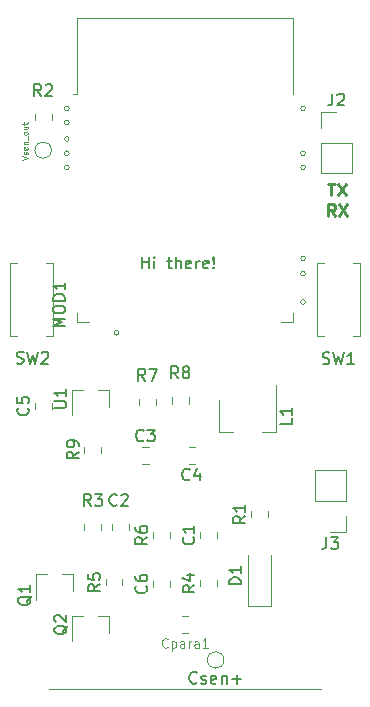
<source format=gbr>
G04 #@! TF.GenerationSoftware,KiCad,Pcbnew,(5.1.5)-3*
G04 #@! TF.CreationDate,2021-04-12T22:21:49+08:00*
G04 #@! TF.ProjectId,parasite,70617261-7369-4746-952e-6b696361645f,1.1.0*
G04 #@! TF.SameCoordinates,Original*
G04 #@! TF.FileFunction,Legend,Top*
G04 #@! TF.FilePolarity,Positive*
%FSLAX46Y46*%
G04 Gerber Fmt 4.6, Leading zero omitted, Abs format (unit mm)*
G04 Created by KiCad (PCBNEW (5.1.5)-3) date 2021-04-12 22:21:49*
%MOMM*%
%LPD*%
G04 APERTURE LIST*
%ADD10C,0.250000*%
%ADD11C,0.150000*%
%ADD12C,0.120000*%
%ADD13C,0.125000*%
G04 APERTURE END LIST*
D10*
X130122308Y-56166388D02*
X130693736Y-56166388D01*
X130408022Y-57166388D02*
X130408022Y-56166388D01*
X130931832Y-56166388D02*
X131598498Y-57166388D01*
X131598498Y-56166388D02*
X130931832Y-57166388D01*
X130717546Y-58916388D02*
X130384213Y-58440198D01*
X130146117Y-58916388D02*
X130146117Y-57916388D01*
X130527070Y-57916388D01*
X130622308Y-57964008D01*
X130669927Y-58011627D01*
X130717546Y-58106865D01*
X130717546Y-58249722D01*
X130669927Y-58344960D01*
X130622308Y-58392579D01*
X130527070Y-58440198D01*
X130146117Y-58440198D01*
X131050879Y-57916388D02*
X131717546Y-58916388D01*
X131717546Y-57916388D02*
X131050879Y-58916388D01*
D11*
X114352380Y-63352380D02*
X114352380Y-62352380D01*
X114352380Y-62828571D02*
X114923809Y-62828571D01*
X114923809Y-63352380D02*
X114923809Y-62352380D01*
X115400000Y-63352380D02*
X115400000Y-62685714D01*
X115400000Y-62352380D02*
X115352380Y-62400000D01*
X115400000Y-62447619D01*
X115447619Y-62400000D01*
X115400000Y-62352380D01*
X115400000Y-62447619D01*
X116495238Y-62685714D02*
X116876190Y-62685714D01*
X116638095Y-62352380D02*
X116638095Y-63209523D01*
X116685714Y-63304761D01*
X116780952Y-63352380D01*
X116876190Y-63352380D01*
X117209523Y-63352380D02*
X117209523Y-62352380D01*
X117638095Y-63352380D02*
X117638095Y-62828571D01*
X117590476Y-62733333D01*
X117495238Y-62685714D01*
X117352380Y-62685714D01*
X117257142Y-62733333D01*
X117209523Y-62780952D01*
X118495238Y-63304761D02*
X118400000Y-63352380D01*
X118209523Y-63352380D01*
X118114285Y-63304761D01*
X118066666Y-63209523D01*
X118066666Y-62828571D01*
X118114285Y-62733333D01*
X118209523Y-62685714D01*
X118400000Y-62685714D01*
X118495238Y-62733333D01*
X118542857Y-62828571D01*
X118542857Y-62923809D01*
X118066666Y-63019047D01*
X118971428Y-63352380D02*
X118971428Y-62685714D01*
X118971428Y-62876190D02*
X119019047Y-62780952D01*
X119066666Y-62733333D01*
X119161904Y-62685714D01*
X119257142Y-62685714D01*
X119971428Y-63304761D02*
X119876190Y-63352380D01*
X119685714Y-63352380D01*
X119590476Y-63304761D01*
X119542857Y-63209523D01*
X119542857Y-62828571D01*
X119590476Y-62733333D01*
X119685714Y-62685714D01*
X119876190Y-62685714D01*
X119971428Y-62733333D01*
X120019047Y-62828571D01*
X120019047Y-62923809D01*
X119542857Y-63019047D01*
X120447619Y-63257142D02*
X120495238Y-63304761D01*
X120447619Y-63352380D01*
X120400000Y-63304761D01*
X120447619Y-63257142D01*
X120447619Y-63352380D01*
X120447619Y-62971428D02*
X120400000Y-62400000D01*
X120447619Y-62352380D01*
X120495238Y-62400000D01*
X120447619Y-62971428D01*
X120447619Y-62352380D01*
D12*
X128200000Y-62500000D02*
G75*
G03X128200000Y-62500000I-200000J0D01*
G01*
X108200000Y-54800000D02*
G75*
G03X108200000Y-54800000I-200000J0D01*
G01*
X108200000Y-49800000D02*
G75*
G03X108200000Y-49800000I-200000J0D01*
G01*
X108200000Y-51000000D02*
G75*
G03X108200000Y-51000000I-200000J0D01*
G01*
X108200000Y-52400000D02*
G75*
G03X108200000Y-52400000I-200000J0D01*
G01*
X108200000Y-53600000D02*
G75*
G03X108200000Y-53600000I-200000J0D01*
G01*
X112400000Y-68800000D02*
G75*
G03X112400000Y-68800000I-200000J0D01*
G01*
X128200000Y-66200000D02*
G75*
G03X128200000Y-66200000I-200000J0D01*
G01*
X128200000Y-63800000D02*
G75*
G03X128200000Y-63800000I-200000J0D01*
G01*
X128200000Y-54800000D02*
G75*
G03X128200000Y-54800000I-200000J0D01*
G01*
X128200000Y-53600000D02*
G75*
G03X128200000Y-53600000I-200000J0D01*
G01*
X128200000Y-49800000D02*
G75*
G03X128200000Y-49800000I-200000J0D01*
G01*
X106500000Y-99000000D02*
X129500000Y-99000000D01*
X131632000Y-85658000D02*
X130302000Y-85658000D01*
X131632000Y-84328000D02*
X131632000Y-85658000D01*
X131632000Y-83058000D02*
X128972000Y-83058000D01*
X128972000Y-83058000D02*
X128972000Y-80458000D01*
X131632000Y-83058000D02*
X131632000Y-80458000D01*
X131632000Y-80458000D02*
X128972000Y-80458000D01*
X129480000Y-50105000D02*
X130810000Y-50105000D01*
X129480000Y-51435000D02*
X129480000Y-50105000D01*
X129480000Y-52705000D02*
X132140000Y-52705000D01*
X132140000Y-52705000D02*
X132140000Y-55305000D01*
X129480000Y-52705000D02*
X129480000Y-55305000D01*
X129480000Y-55305000D02*
X132140000Y-55305000D01*
X132850000Y-69100000D02*
X132850000Y-62900000D01*
X129150000Y-62900000D02*
X129150000Y-69100000D01*
X129150000Y-69100000D02*
X129800000Y-69100000D01*
X132200000Y-69100000D02*
X132850000Y-69100000D01*
X132850000Y-62900000D02*
X132200000Y-62900000D01*
X129150000Y-62900000D02*
X129800000Y-62900000D01*
X106850000Y-69100000D02*
X106850000Y-62900000D01*
X103150000Y-62900000D02*
X103150000Y-69100000D01*
X103150000Y-69100000D02*
X103800000Y-69100000D01*
X106200000Y-69100000D02*
X106850000Y-69100000D01*
X106850000Y-62900000D02*
X106200000Y-62900000D01*
X103150000Y-62900000D02*
X103800000Y-62900000D01*
X108880000Y-67100000D02*
X108880000Y-67880000D01*
X108880000Y-67880000D02*
X109880000Y-67880000D01*
X127120000Y-67100000D02*
X127120000Y-67880000D01*
X127120000Y-67880000D02*
X126120000Y-67880000D01*
X108880000Y-42135000D02*
X127120000Y-42135000D01*
X127120000Y-42135000D02*
X127120000Y-48555000D01*
X108880000Y-42135000D02*
X108880000Y-48555000D01*
X108880000Y-48555000D02*
X108500000Y-48555000D01*
X116890000Y-74278922D02*
X116890000Y-74796078D01*
X118310000Y-74278922D02*
X118310000Y-74796078D01*
X115510000Y-74921078D02*
X115510000Y-74403922D01*
X114090000Y-74921078D02*
X114090000Y-74403922D01*
X111580000Y-92740000D02*
X111580000Y-94200000D01*
X108420000Y-92740000D02*
X108420000Y-94900000D01*
X108420000Y-92740000D02*
X109350000Y-92740000D01*
X111580000Y-92740000D02*
X110650000Y-92740000D01*
X108530000Y-89240000D02*
X108530000Y-90700000D01*
X105370000Y-89240000D02*
X105370000Y-91400000D01*
X105370000Y-89240000D02*
X106300000Y-89240000D01*
X108530000Y-89240000D02*
X107600000Y-89240000D01*
X117741422Y-94210000D02*
X118258578Y-94210000D01*
X117741422Y-92790000D02*
X118258578Y-92790000D01*
X120710000Y-86196078D02*
X120710000Y-85678922D01*
X119290000Y-86196078D02*
X119290000Y-85678922D01*
X113247500Y-85003922D02*
X113247500Y-85521078D01*
X111827500Y-85003922D02*
X111827500Y-85521078D01*
X114403922Y-78490000D02*
X114921078Y-78490000D01*
X114403922Y-79910000D02*
X114921078Y-79910000D01*
X118821078Y-78490000D02*
X118303922Y-78490000D01*
X118821078Y-79910000D02*
X118303922Y-79910000D01*
X123300000Y-87600000D02*
X123300000Y-91900000D01*
X123300000Y-91900000D02*
X125300000Y-91900000D01*
X125300000Y-91900000D02*
X125300000Y-87600000D01*
X122100000Y-77200000D02*
X120900000Y-77200000D01*
X120900000Y-77200000D02*
X120900000Y-74500000D01*
X125700000Y-73200000D02*
X125700000Y-77200000D01*
X125700000Y-77200000D02*
X124500000Y-77200000D01*
X125010000Y-84421078D02*
X125010000Y-83903922D01*
X123590000Y-84421078D02*
X123590000Y-83903922D01*
X106710000Y-50287422D02*
X106710000Y-50804578D01*
X105290000Y-50287422D02*
X105290000Y-50804578D01*
X110910000Y-85003922D02*
X110910000Y-85521078D01*
X109490000Y-85003922D02*
X109490000Y-85521078D01*
X120710000Y-90258578D02*
X120710000Y-89741422D01*
X119290000Y-90258578D02*
X119290000Y-89741422D01*
X112710000Y-90196078D02*
X112710000Y-89678922D01*
X111290000Y-90196078D02*
X111290000Y-89678922D01*
X115290000Y-86196078D02*
X115290000Y-85678922D01*
X116710000Y-86196078D02*
X116710000Y-85678922D01*
X121300000Y-96500000D02*
G75*
G03X121300000Y-96500000I-700000J0D01*
G01*
X106700000Y-53340000D02*
G75*
G03X106700000Y-53340000I-700000J0D01*
G01*
X115290000Y-90321078D02*
X115290000Y-89803922D01*
X116710000Y-90321078D02*
X116710000Y-89803922D01*
X105290000Y-75258578D02*
X105290000Y-74741422D01*
X106710000Y-75258578D02*
X106710000Y-74741422D01*
X109490000Y-78958578D02*
X109490000Y-78441422D01*
X110910000Y-78958578D02*
X110910000Y-78441422D01*
X111580000Y-73640000D02*
X110650000Y-73640000D01*
X108420000Y-73640000D02*
X109350000Y-73640000D01*
X108420000Y-73640000D02*
X108420000Y-75800000D01*
X111580000Y-73640000D02*
X111580000Y-75100000D01*
D11*
X129968666Y-86110380D02*
X129968666Y-86824666D01*
X129921047Y-86967523D01*
X129825809Y-87062761D01*
X129682952Y-87110380D01*
X129587714Y-87110380D01*
X130349619Y-86110380D02*
X130968666Y-86110380D01*
X130635333Y-86491333D01*
X130778190Y-86491333D01*
X130873428Y-86538952D01*
X130921047Y-86586571D01*
X130968666Y-86681809D01*
X130968666Y-86919904D01*
X130921047Y-87015142D01*
X130873428Y-87062761D01*
X130778190Y-87110380D01*
X130492476Y-87110380D01*
X130397238Y-87062761D01*
X130349619Y-87015142D01*
X130476666Y-48557380D02*
X130476666Y-49271666D01*
X130429047Y-49414523D01*
X130333809Y-49509761D01*
X130190952Y-49557380D01*
X130095714Y-49557380D01*
X130905238Y-48652619D02*
X130952857Y-48605000D01*
X131048095Y-48557380D01*
X131286190Y-48557380D01*
X131381428Y-48605000D01*
X131429047Y-48652619D01*
X131476666Y-48747857D01*
X131476666Y-48843095D01*
X131429047Y-48985952D01*
X130857619Y-49557380D01*
X131476666Y-49557380D01*
X129666666Y-71404761D02*
X129809523Y-71452380D01*
X130047619Y-71452380D01*
X130142857Y-71404761D01*
X130190476Y-71357142D01*
X130238095Y-71261904D01*
X130238095Y-71166666D01*
X130190476Y-71071428D01*
X130142857Y-71023809D01*
X130047619Y-70976190D01*
X129857142Y-70928571D01*
X129761904Y-70880952D01*
X129714285Y-70833333D01*
X129666666Y-70738095D01*
X129666666Y-70642857D01*
X129714285Y-70547619D01*
X129761904Y-70500000D01*
X129857142Y-70452380D01*
X130095238Y-70452380D01*
X130238095Y-70500000D01*
X130571428Y-70452380D02*
X130809523Y-71452380D01*
X131000000Y-70738095D01*
X131190476Y-71452380D01*
X131428571Y-70452380D01*
X132333333Y-71452380D02*
X131761904Y-71452380D01*
X132047619Y-71452380D02*
X132047619Y-70452380D01*
X131952380Y-70595238D01*
X131857142Y-70690476D01*
X131761904Y-70738095D01*
X103764666Y-71364761D02*
X103907523Y-71412380D01*
X104145619Y-71412380D01*
X104240857Y-71364761D01*
X104288476Y-71317142D01*
X104336095Y-71221904D01*
X104336095Y-71126666D01*
X104288476Y-71031428D01*
X104240857Y-70983809D01*
X104145619Y-70936190D01*
X103955142Y-70888571D01*
X103859904Y-70840952D01*
X103812285Y-70793333D01*
X103764666Y-70698095D01*
X103764666Y-70602857D01*
X103812285Y-70507619D01*
X103859904Y-70460000D01*
X103955142Y-70412380D01*
X104193238Y-70412380D01*
X104336095Y-70460000D01*
X104669428Y-70412380D02*
X104907523Y-71412380D01*
X105098000Y-70698095D01*
X105288476Y-71412380D01*
X105526571Y-70412380D01*
X105859904Y-70507619D02*
X105907523Y-70460000D01*
X106002761Y-70412380D01*
X106240857Y-70412380D01*
X106336095Y-70460000D01*
X106383714Y-70507619D01*
X106431333Y-70602857D01*
X106431333Y-70698095D01*
X106383714Y-70840952D01*
X105812285Y-71412380D01*
X106431333Y-71412380D01*
X107842380Y-68263333D02*
X106842380Y-68263333D01*
X107556666Y-67930000D01*
X106842380Y-67596666D01*
X107842380Y-67596666D01*
X106842380Y-66930000D02*
X106842380Y-66739523D01*
X106890000Y-66644285D01*
X106985238Y-66549047D01*
X107175714Y-66501428D01*
X107509047Y-66501428D01*
X107699523Y-66549047D01*
X107794761Y-66644285D01*
X107842380Y-66739523D01*
X107842380Y-66930000D01*
X107794761Y-67025238D01*
X107699523Y-67120476D01*
X107509047Y-67168095D01*
X107175714Y-67168095D01*
X106985238Y-67120476D01*
X106890000Y-67025238D01*
X106842380Y-66930000D01*
X107842380Y-66072857D02*
X106842380Y-66072857D01*
X106842380Y-65834761D01*
X106890000Y-65691904D01*
X106985238Y-65596666D01*
X107080476Y-65549047D01*
X107270952Y-65501428D01*
X107413809Y-65501428D01*
X107604285Y-65549047D01*
X107699523Y-65596666D01*
X107794761Y-65691904D01*
X107842380Y-65834761D01*
X107842380Y-66072857D01*
X107842380Y-64549047D02*
X107842380Y-65120476D01*
X107842380Y-64834761D02*
X106842380Y-64834761D01*
X106985238Y-64930000D01*
X107080476Y-65025238D01*
X107128095Y-65120476D01*
X117433333Y-72652380D02*
X117100000Y-72176190D01*
X116861904Y-72652380D02*
X116861904Y-71652380D01*
X117242857Y-71652380D01*
X117338095Y-71700000D01*
X117385714Y-71747619D01*
X117433333Y-71842857D01*
X117433333Y-71985714D01*
X117385714Y-72080952D01*
X117338095Y-72128571D01*
X117242857Y-72176190D01*
X116861904Y-72176190D01*
X118004761Y-72080952D02*
X117909523Y-72033333D01*
X117861904Y-71985714D01*
X117814285Y-71890476D01*
X117814285Y-71842857D01*
X117861904Y-71747619D01*
X117909523Y-71700000D01*
X118004761Y-71652380D01*
X118195238Y-71652380D01*
X118290476Y-71700000D01*
X118338095Y-71747619D01*
X118385714Y-71842857D01*
X118385714Y-71890476D01*
X118338095Y-71985714D01*
X118290476Y-72033333D01*
X118195238Y-72080952D01*
X118004761Y-72080952D01*
X117909523Y-72128571D01*
X117861904Y-72176190D01*
X117814285Y-72271428D01*
X117814285Y-72461904D01*
X117861904Y-72557142D01*
X117909523Y-72604761D01*
X118004761Y-72652380D01*
X118195238Y-72652380D01*
X118290476Y-72604761D01*
X118338095Y-72557142D01*
X118385714Y-72461904D01*
X118385714Y-72271428D01*
X118338095Y-72176190D01*
X118290476Y-72128571D01*
X118195238Y-72080952D01*
X114633333Y-72852380D02*
X114300000Y-72376190D01*
X114061904Y-72852380D02*
X114061904Y-71852380D01*
X114442857Y-71852380D01*
X114538095Y-71900000D01*
X114585714Y-71947619D01*
X114633333Y-72042857D01*
X114633333Y-72185714D01*
X114585714Y-72280952D01*
X114538095Y-72328571D01*
X114442857Y-72376190D01*
X114061904Y-72376190D01*
X114966666Y-71852380D02*
X115633333Y-71852380D01*
X115204761Y-72852380D01*
X108047619Y-93595238D02*
X108000000Y-93690476D01*
X107904761Y-93785714D01*
X107761904Y-93928571D01*
X107714285Y-94023809D01*
X107714285Y-94119047D01*
X107952380Y-94071428D02*
X107904761Y-94166666D01*
X107809523Y-94261904D01*
X107619047Y-94309523D01*
X107285714Y-94309523D01*
X107095238Y-94261904D01*
X107000000Y-94166666D01*
X106952380Y-94071428D01*
X106952380Y-93880952D01*
X107000000Y-93785714D01*
X107095238Y-93690476D01*
X107285714Y-93642857D01*
X107619047Y-93642857D01*
X107809523Y-93690476D01*
X107904761Y-93785714D01*
X107952380Y-93880952D01*
X107952380Y-94071428D01*
X107047619Y-93261904D02*
X107000000Y-93214285D01*
X106952380Y-93119047D01*
X106952380Y-92880952D01*
X107000000Y-92785714D01*
X107047619Y-92738095D01*
X107142857Y-92690476D01*
X107238095Y-92690476D01*
X107380952Y-92738095D01*
X107952380Y-93309523D01*
X107952380Y-92690476D01*
X104997619Y-91095238D02*
X104950000Y-91190476D01*
X104854761Y-91285714D01*
X104711904Y-91428571D01*
X104664285Y-91523809D01*
X104664285Y-91619047D01*
X104902380Y-91571428D02*
X104854761Y-91666666D01*
X104759523Y-91761904D01*
X104569047Y-91809523D01*
X104235714Y-91809523D01*
X104045238Y-91761904D01*
X103950000Y-91666666D01*
X103902380Y-91571428D01*
X103902380Y-91380952D01*
X103950000Y-91285714D01*
X104045238Y-91190476D01*
X104235714Y-91142857D01*
X104569047Y-91142857D01*
X104759523Y-91190476D01*
X104854761Y-91285714D01*
X104902380Y-91380952D01*
X104902380Y-91571428D01*
X104902380Y-90190476D02*
X104902380Y-90761904D01*
X104902380Y-90476190D02*
X103902380Y-90476190D01*
X104045238Y-90571428D01*
X104140476Y-90666666D01*
X104188095Y-90761904D01*
D12*
X116533333Y-95385714D02*
X116495238Y-95423809D01*
X116380952Y-95461904D01*
X116304761Y-95461904D01*
X116190476Y-95423809D01*
X116114285Y-95347619D01*
X116076190Y-95271428D01*
X116038095Y-95119047D01*
X116038095Y-95004761D01*
X116076190Y-94852380D01*
X116114285Y-94776190D01*
X116190476Y-94700000D01*
X116304761Y-94661904D01*
X116380952Y-94661904D01*
X116495238Y-94700000D01*
X116533333Y-94738095D01*
X116876190Y-94928571D02*
X116876190Y-95728571D01*
X116876190Y-94966666D02*
X116952380Y-94928571D01*
X117104761Y-94928571D01*
X117180952Y-94966666D01*
X117219047Y-95004761D01*
X117257142Y-95080952D01*
X117257142Y-95309523D01*
X117219047Y-95385714D01*
X117180952Y-95423809D01*
X117104761Y-95461904D01*
X116952380Y-95461904D01*
X116876190Y-95423809D01*
X117942857Y-95461904D02*
X117942857Y-95042857D01*
X117904761Y-94966666D01*
X117828571Y-94928571D01*
X117676190Y-94928571D01*
X117600000Y-94966666D01*
X117942857Y-95423809D02*
X117866666Y-95461904D01*
X117676190Y-95461904D01*
X117600000Y-95423809D01*
X117561904Y-95347619D01*
X117561904Y-95271428D01*
X117600000Y-95195238D01*
X117676190Y-95157142D01*
X117866666Y-95157142D01*
X117942857Y-95119047D01*
X118323809Y-95461904D02*
X118323809Y-94928571D01*
X118323809Y-95080952D02*
X118361904Y-95004761D01*
X118400000Y-94966666D01*
X118476190Y-94928571D01*
X118552380Y-94928571D01*
X119161904Y-95461904D02*
X119161904Y-95042857D01*
X119123809Y-94966666D01*
X119047619Y-94928571D01*
X118895238Y-94928571D01*
X118819047Y-94966666D01*
X119161904Y-95423809D02*
X119085714Y-95461904D01*
X118895238Y-95461904D01*
X118819047Y-95423809D01*
X118780952Y-95347619D01*
X118780952Y-95271428D01*
X118819047Y-95195238D01*
X118895238Y-95157142D01*
X119085714Y-95157142D01*
X119161904Y-95119047D01*
X119961904Y-95461904D02*
X119504761Y-95461904D01*
X119733333Y-95461904D02*
X119733333Y-94661904D01*
X119657142Y-94776190D01*
X119580952Y-94852380D01*
X119504761Y-94890476D01*
D11*
X118707142Y-86104166D02*
X118754761Y-86151785D01*
X118802380Y-86294642D01*
X118802380Y-86389880D01*
X118754761Y-86532738D01*
X118659523Y-86627976D01*
X118564285Y-86675595D01*
X118373809Y-86723214D01*
X118230952Y-86723214D01*
X118040476Y-86675595D01*
X117945238Y-86627976D01*
X117850000Y-86532738D01*
X117802380Y-86389880D01*
X117802380Y-86294642D01*
X117850000Y-86151785D01*
X117897619Y-86104166D01*
X118802380Y-85151785D02*
X118802380Y-85723214D01*
X118802380Y-85437500D02*
X117802380Y-85437500D01*
X117945238Y-85532738D01*
X118040476Y-85627976D01*
X118088095Y-85723214D01*
X112233333Y-83357142D02*
X112185714Y-83404761D01*
X112042857Y-83452380D01*
X111947619Y-83452380D01*
X111804761Y-83404761D01*
X111709523Y-83309523D01*
X111661904Y-83214285D01*
X111614285Y-83023809D01*
X111614285Y-82880952D01*
X111661904Y-82690476D01*
X111709523Y-82595238D01*
X111804761Y-82500000D01*
X111947619Y-82452380D01*
X112042857Y-82452380D01*
X112185714Y-82500000D01*
X112233333Y-82547619D01*
X112614285Y-82547619D02*
X112661904Y-82500000D01*
X112757142Y-82452380D01*
X112995238Y-82452380D01*
X113090476Y-82500000D01*
X113138095Y-82547619D01*
X113185714Y-82642857D01*
X113185714Y-82738095D01*
X113138095Y-82880952D01*
X112566666Y-83452380D01*
X113185714Y-83452380D01*
X114495833Y-77907142D02*
X114448214Y-77954761D01*
X114305357Y-78002380D01*
X114210119Y-78002380D01*
X114067261Y-77954761D01*
X113972023Y-77859523D01*
X113924404Y-77764285D01*
X113876785Y-77573809D01*
X113876785Y-77430952D01*
X113924404Y-77240476D01*
X113972023Y-77145238D01*
X114067261Y-77050000D01*
X114210119Y-77002380D01*
X114305357Y-77002380D01*
X114448214Y-77050000D01*
X114495833Y-77097619D01*
X114829166Y-77002380D02*
X115448214Y-77002380D01*
X115114880Y-77383333D01*
X115257738Y-77383333D01*
X115352976Y-77430952D01*
X115400595Y-77478571D01*
X115448214Y-77573809D01*
X115448214Y-77811904D01*
X115400595Y-77907142D01*
X115352976Y-77954761D01*
X115257738Y-78002380D01*
X114972023Y-78002380D01*
X114876785Y-77954761D01*
X114829166Y-77907142D01*
X118395833Y-81207142D02*
X118348214Y-81254761D01*
X118205357Y-81302380D01*
X118110119Y-81302380D01*
X117967261Y-81254761D01*
X117872023Y-81159523D01*
X117824404Y-81064285D01*
X117776785Y-80873809D01*
X117776785Y-80730952D01*
X117824404Y-80540476D01*
X117872023Y-80445238D01*
X117967261Y-80350000D01*
X118110119Y-80302380D01*
X118205357Y-80302380D01*
X118348214Y-80350000D01*
X118395833Y-80397619D01*
X119252976Y-80635714D02*
X119252976Y-81302380D01*
X119014880Y-80254761D02*
X118776785Y-80969047D01*
X119395833Y-80969047D01*
X122752380Y-90088095D02*
X121752380Y-90088095D01*
X121752380Y-89850000D01*
X121800000Y-89707142D01*
X121895238Y-89611904D01*
X121990476Y-89564285D01*
X122180952Y-89516666D01*
X122323809Y-89516666D01*
X122514285Y-89564285D01*
X122609523Y-89611904D01*
X122704761Y-89707142D01*
X122752380Y-89850000D01*
X122752380Y-90088095D01*
X122752380Y-88564285D02*
X122752380Y-89135714D01*
X122752380Y-88850000D02*
X121752380Y-88850000D01*
X121895238Y-88945238D01*
X121990476Y-89040476D01*
X122038095Y-89135714D01*
X127052380Y-76036666D02*
X127052380Y-76512857D01*
X126052380Y-76512857D01*
X127052380Y-75179523D02*
X127052380Y-75750952D01*
X127052380Y-75465238D02*
X126052380Y-75465238D01*
X126195238Y-75560476D01*
X126290476Y-75655714D01*
X126338095Y-75750952D01*
X123102380Y-84329166D02*
X122626190Y-84662500D01*
X123102380Y-84900595D02*
X122102380Y-84900595D01*
X122102380Y-84519642D01*
X122150000Y-84424404D01*
X122197619Y-84376785D01*
X122292857Y-84329166D01*
X122435714Y-84329166D01*
X122530952Y-84376785D01*
X122578571Y-84424404D01*
X122626190Y-84519642D01*
X122626190Y-84900595D01*
X123102380Y-83376785D02*
X123102380Y-83948214D01*
X123102380Y-83662500D02*
X122102380Y-83662500D01*
X122245238Y-83757738D01*
X122340476Y-83852976D01*
X122388095Y-83948214D01*
X105833333Y-48735880D02*
X105500000Y-48259690D01*
X105261904Y-48735880D02*
X105261904Y-47735880D01*
X105642857Y-47735880D01*
X105738095Y-47783500D01*
X105785714Y-47831119D01*
X105833333Y-47926357D01*
X105833333Y-48069214D01*
X105785714Y-48164452D01*
X105738095Y-48212071D01*
X105642857Y-48259690D01*
X105261904Y-48259690D01*
X106214285Y-47831119D02*
X106261904Y-47783500D01*
X106357142Y-47735880D01*
X106595238Y-47735880D01*
X106690476Y-47783500D01*
X106738095Y-47831119D01*
X106785714Y-47926357D01*
X106785714Y-48021595D01*
X106738095Y-48164452D01*
X106166666Y-48735880D01*
X106785714Y-48735880D01*
X110033333Y-83452380D02*
X109700000Y-82976190D01*
X109461904Y-83452380D02*
X109461904Y-82452380D01*
X109842857Y-82452380D01*
X109938095Y-82500000D01*
X109985714Y-82547619D01*
X110033333Y-82642857D01*
X110033333Y-82785714D01*
X109985714Y-82880952D01*
X109938095Y-82928571D01*
X109842857Y-82976190D01*
X109461904Y-82976190D01*
X110366666Y-82452380D02*
X110985714Y-82452380D01*
X110652380Y-82833333D01*
X110795238Y-82833333D01*
X110890476Y-82880952D01*
X110938095Y-82928571D01*
X110985714Y-83023809D01*
X110985714Y-83261904D01*
X110938095Y-83357142D01*
X110890476Y-83404761D01*
X110795238Y-83452380D01*
X110509523Y-83452380D01*
X110414285Y-83404761D01*
X110366666Y-83357142D01*
X118802380Y-90166666D02*
X118326190Y-90500000D01*
X118802380Y-90738095D02*
X117802380Y-90738095D01*
X117802380Y-90357142D01*
X117850000Y-90261904D01*
X117897619Y-90214285D01*
X117992857Y-90166666D01*
X118135714Y-90166666D01*
X118230952Y-90214285D01*
X118278571Y-90261904D01*
X118326190Y-90357142D01*
X118326190Y-90738095D01*
X118135714Y-89309523D02*
X118802380Y-89309523D01*
X117754761Y-89547619D02*
X118469047Y-89785714D01*
X118469047Y-89166666D01*
X110802380Y-90104166D02*
X110326190Y-90437500D01*
X110802380Y-90675595D02*
X109802380Y-90675595D01*
X109802380Y-90294642D01*
X109850000Y-90199404D01*
X109897619Y-90151785D01*
X109992857Y-90104166D01*
X110135714Y-90104166D01*
X110230952Y-90151785D01*
X110278571Y-90199404D01*
X110326190Y-90294642D01*
X110326190Y-90675595D01*
X109802380Y-89199404D02*
X109802380Y-89675595D01*
X110278571Y-89723214D01*
X110230952Y-89675595D01*
X110183333Y-89580357D01*
X110183333Y-89342261D01*
X110230952Y-89247023D01*
X110278571Y-89199404D01*
X110373809Y-89151785D01*
X110611904Y-89151785D01*
X110707142Y-89199404D01*
X110754761Y-89247023D01*
X110802380Y-89342261D01*
X110802380Y-89580357D01*
X110754761Y-89675595D01*
X110707142Y-89723214D01*
X114802380Y-86104166D02*
X114326190Y-86437500D01*
X114802380Y-86675595D02*
X113802380Y-86675595D01*
X113802380Y-86294642D01*
X113850000Y-86199404D01*
X113897619Y-86151785D01*
X113992857Y-86104166D01*
X114135714Y-86104166D01*
X114230952Y-86151785D01*
X114278571Y-86199404D01*
X114326190Y-86294642D01*
X114326190Y-86675595D01*
X113802380Y-85247023D02*
X113802380Y-85437500D01*
X113850000Y-85532738D01*
X113897619Y-85580357D01*
X114040476Y-85675595D01*
X114230952Y-85723214D01*
X114611904Y-85723214D01*
X114707142Y-85675595D01*
X114754761Y-85627976D01*
X114802380Y-85532738D01*
X114802380Y-85342261D01*
X114754761Y-85247023D01*
X114707142Y-85199404D01*
X114611904Y-85151785D01*
X114373809Y-85151785D01*
X114278571Y-85199404D01*
X114230952Y-85247023D01*
X114183333Y-85342261D01*
X114183333Y-85532738D01*
X114230952Y-85627976D01*
X114278571Y-85675595D01*
X114373809Y-85723214D01*
X119004761Y-98407142D02*
X118957142Y-98454761D01*
X118814285Y-98502380D01*
X118719047Y-98502380D01*
X118576190Y-98454761D01*
X118480952Y-98359523D01*
X118433333Y-98264285D01*
X118385714Y-98073809D01*
X118385714Y-97930952D01*
X118433333Y-97740476D01*
X118480952Y-97645238D01*
X118576190Y-97550000D01*
X118719047Y-97502380D01*
X118814285Y-97502380D01*
X118957142Y-97550000D01*
X119004761Y-97597619D01*
X119385714Y-98454761D02*
X119480952Y-98502380D01*
X119671428Y-98502380D01*
X119766666Y-98454761D01*
X119814285Y-98359523D01*
X119814285Y-98311904D01*
X119766666Y-98216666D01*
X119671428Y-98169047D01*
X119528571Y-98169047D01*
X119433333Y-98121428D01*
X119385714Y-98026190D01*
X119385714Y-97978571D01*
X119433333Y-97883333D01*
X119528571Y-97835714D01*
X119671428Y-97835714D01*
X119766666Y-97883333D01*
X120623809Y-98454761D02*
X120528571Y-98502380D01*
X120338095Y-98502380D01*
X120242857Y-98454761D01*
X120195238Y-98359523D01*
X120195238Y-97978571D01*
X120242857Y-97883333D01*
X120338095Y-97835714D01*
X120528571Y-97835714D01*
X120623809Y-97883333D01*
X120671428Y-97978571D01*
X120671428Y-98073809D01*
X120195238Y-98169047D01*
X121100000Y-97835714D02*
X121100000Y-98502380D01*
X121100000Y-97930952D02*
X121147619Y-97883333D01*
X121242857Y-97835714D01*
X121385714Y-97835714D01*
X121480952Y-97883333D01*
X121528571Y-97978571D01*
X121528571Y-98502380D01*
X122004761Y-98121428D02*
X122766666Y-98121428D01*
X122385714Y-98502380D02*
X122385714Y-97740476D01*
D13*
X104176190Y-54173238D02*
X104676190Y-54006571D01*
X104176190Y-53839904D01*
X104652380Y-53697047D02*
X104676190Y-53649428D01*
X104676190Y-53554190D01*
X104652380Y-53506571D01*
X104604761Y-53482761D01*
X104580952Y-53482761D01*
X104533333Y-53506571D01*
X104509523Y-53554190D01*
X104509523Y-53625619D01*
X104485714Y-53673238D01*
X104438095Y-53697047D01*
X104414285Y-53697047D01*
X104366666Y-53673238D01*
X104342857Y-53625619D01*
X104342857Y-53554190D01*
X104366666Y-53506571D01*
X104652380Y-53078000D02*
X104676190Y-53125619D01*
X104676190Y-53220857D01*
X104652380Y-53268476D01*
X104604761Y-53292285D01*
X104414285Y-53292285D01*
X104366666Y-53268476D01*
X104342857Y-53220857D01*
X104342857Y-53125619D01*
X104366666Y-53078000D01*
X104414285Y-53054190D01*
X104461904Y-53054190D01*
X104509523Y-53292285D01*
X104342857Y-52839904D02*
X104676190Y-52839904D01*
X104390476Y-52839904D02*
X104366666Y-52816095D01*
X104342857Y-52768476D01*
X104342857Y-52697047D01*
X104366666Y-52649428D01*
X104414285Y-52625619D01*
X104676190Y-52625619D01*
X104723809Y-52506571D02*
X104723809Y-52125619D01*
X104676190Y-51935142D02*
X104652380Y-51982761D01*
X104628571Y-52006571D01*
X104580952Y-52030380D01*
X104438095Y-52030380D01*
X104390476Y-52006571D01*
X104366666Y-51982761D01*
X104342857Y-51935142D01*
X104342857Y-51863714D01*
X104366666Y-51816095D01*
X104390476Y-51792285D01*
X104438095Y-51768476D01*
X104580952Y-51768476D01*
X104628571Y-51792285D01*
X104652380Y-51816095D01*
X104676190Y-51863714D01*
X104676190Y-51935142D01*
X104342857Y-51339904D02*
X104676190Y-51339904D01*
X104342857Y-51554190D02*
X104604761Y-51554190D01*
X104652380Y-51530380D01*
X104676190Y-51482761D01*
X104676190Y-51411333D01*
X104652380Y-51363714D01*
X104628571Y-51339904D01*
X104342857Y-51173238D02*
X104342857Y-50982761D01*
X104176190Y-51101809D02*
X104604761Y-51101809D01*
X104652380Y-51078000D01*
X104676190Y-51030380D01*
X104676190Y-50982761D01*
D11*
X114707142Y-90229166D02*
X114754761Y-90276785D01*
X114802380Y-90419642D01*
X114802380Y-90514880D01*
X114754761Y-90657738D01*
X114659523Y-90752976D01*
X114564285Y-90800595D01*
X114373809Y-90848214D01*
X114230952Y-90848214D01*
X114040476Y-90800595D01*
X113945238Y-90752976D01*
X113850000Y-90657738D01*
X113802380Y-90514880D01*
X113802380Y-90419642D01*
X113850000Y-90276785D01*
X113897619Y-90229166D01*
X113802380Y-89372023D02*
X113802380Y-89562500D01*
X113850000Y-89657738D01*
X113897619Y-89705357D01*
X114040476Y-89800595D01*
X114230952Y-89848214D01*
X114611904Y-89848214D01*
X114707142Y-89800595D01*
X114754761Y-89752976D01*
X114802380Y-89657738D01*
X114802380Y-89467261D01*
X114754761Y-89372023D01*
X114707142Y-89324404D01*
X114611904Y-89276785D01*
X114373809Y-89276785D01*
X114278571Y-89324404D01*
X114230952Y-89372023D01*
X114183333Y-89467261D01*
X114183333Y-89657738D01*
X114230952Y-89752976D01*
X114278571Y-89800595D01*
X114373809Y-89848214D01*
X104707142Y-75166666D02*
X104754761Y-75214285D01*
X104802380Y-75357142D01*
X104802380Y-75452380D01*
X104754761Y-75595238D01*
X104659523Y-75690476D01*
X104564285Y-75738095D01*
X104373809Y-75785714D01*
X104230952Y-75785714D01*
X104040476Y-75738095D01*
X103945238Y-75690476D01*
X103850000Y-75595238D01*
X103802380Y-75452380D01*
X103802380Y-75357142D01*
X103850000Y-75214285D01*
X103897619Y-75166666D01*
X103802380Y-74261904D02*
X103802380Y-74738095D01*
X104278571Y-74785714D01*
X104230952Y-74738095D01*
X104183333Y-74642857D01*
X104183333Y-74404761D01*
X104230952Y-74309523D01*
X104278571Y-74261904D01*
X104373809Y-74214285D01*
X104611904Y-74214285D01*
X104707142Y-74261904D01*
X104754761Y-74309523D01*
X104802380Y-74404761D01*
X104802380Y-74642857D01*
X104754761Y-74738095D01*
X104707142Y-74785714D01*
X109002380Y-78866666D02*
X108526190Y-79200000D01*
X109002380Y-79438095D02*
X108002380Y-79438095D01*
X108002380Y-79057142D01*
X108050000Y-78961904D01*
X108097619Y-78914285D01*
X108192857Y-78866666D01*
X108335714Y-78866666D01*
X108430952Y-78914285D01*
X108478571Y-78961904D01*
X108526190Y-79057142D01*
X108526190Y-79438095D01*
X109002380Y-78390476D02*
X109002380Y-78200000D01*
X108954761Y-78104761D01*
X108907142Y-78057142D01*
X108764285Y-77961904D01*
X108573809Y-77914285D01*
X108192857Y-77914285D01*
X108097619Y-77961904D01*
X108050000Y-78009523D01*
X108002380Y-78104761D01*
X108002380Y-78295238D01*
X108050000Y-78390476D01*
X108097619Y-78438095D01*
X108192857Y-78485714D01*
X108430952Y-78485714D01*
X108526190Y-78438095D01*
X108573809Y-78390476D01*
X108621428Y-78295238D01*
X108621428Y-78104761D01*
X108573809Y-78009523D01*
X108526190Y-77961904D01*
X108430952Y-77914285D01*
X106952380Y-75161904D02*
X107761904Y-75161904D01*
X107857142Y-75114285D01*
X107904761Y-75066666D01*
X107952380Y-74971428D01*
X107952380Y-74780952D01*
X107904761Y-74685714D01*
X107857142Y-74638095D01*
X107761904Y-74590476D01*
X106952380Y-74590476D01*
X107952380Y-73590476D02*
X107952380Y-74161904D01*
X107952380Y-73876190D02*
X106952380Y-73876190D01*
X107095238Y-73971428D01*
X107190476Y-74066666D01*
X107238095Y-74161904D01*
M02*

</source>
